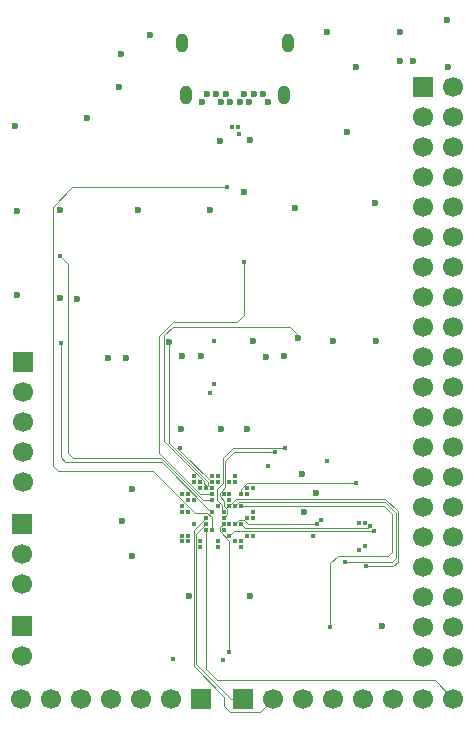
<source format=gbr>
%TF.GenerationSoftware,KiCad,Pcbnew,9.0.4*%
%TF.CreationDate,2025-09-29T16:36:38+03:00*%
%TF.ProjectId,Asius2,41736975-7332-42e6-9b69-6361645f7063,rev?*%
%TF.SameCoordinates,Original*%
%TF.FileFunction,Copper,L3,Inr*%
%TF.FilePolarity,Positive*%
%FSLAX46Y46*%
G04 Gerber Fmt 4.6, Leading zero omitted, Abs format (unit mm)*
G04 Created by KiCad (PCBNEW 9.0.4) date 2025-09-29 16:36:38*
%MOMM*%
%LPD*%
G01*
G04 APERTURE LIST*
%TA.AperFunction,ComponentPad*%
%ADD10C,0.600000*%
%TD*%
%TA.AperFunction,ComponentPad*%
%ADD11O,1.000000X1.600000*%
%TD*%
%TA.AperFunction,ComponentPad*%
%ADD12R,1.700000X1.700000*%
%TD*%
%TA.AperFunction,ComponentPad*%
%ADD13C,1.700000*%
%TD*%
%TA.AperFunction,ViaPad*%
%ADD14C,0.600000*%
%TD*%
%TA.AperFunction,ViaPad*%
%ADD15C,0.400000*%
%TD*%
%TA.AperFunction,Conductor*%
%ADD16C,0.100000*%
%TD*%
G04 APERTURE END LIST*
D10*
%TO.N,GND*%
%TO.C,USBC1*%
X83460000Y-78150000D03*
%TO.N,/CAN3_H*%
X83860000Y-77450000D03*
%TO.N,/CAN3_L*%
X84660000Y-77450000D03*
%TO.N,+5V*%
X85060000Y-78150000D03*
%TO.N,Net-(USBC1-CC2)*%
X85460000Y-77450000D03*
%TO.N,/USB_DP*%
X85860000Y-78150000D03*
%TO.N,/USB_DM*%
X86660000Y-78150000D03*
%TO.N,/SBU2*%
X87060000Y-77450000D03*
%TO.N,+5V*%
X87460000Y-78150000D03*
%TO.N,/CAN4_L*%
X87860000Y-77450000D03*
%TO.N,/CAN4_H*%
X88660000Y-77450000D03*
%TO.N,GND*%
X89060000Y-78150000D03*
D11*
X90390000Y-77560000D03*
X82130000Y-77560000D03*
X90750000Y-73150000D03*
X81770000Y-73150000D03*
%TD*%
D12*
%TO.N,unconnected-(J2-Pin_1-Pad1)*%
%TO.C,J2*%
X102160000Y-76890000D03*
D13*
%TO.N,+5V*%
X104700000Y-76890000D03*
%TO.N,/IMU_SDA*%
X102160000Y-79430000D03*
%TO.N,+5V*%
X104700000Y-79430000D03*
%TO.N,/IMU_SCL*%
X102160000Y-81970000D03*
%TO.N,GND*%
X104700000Y-81970000D03*
%TO.N,unconnected-(J2-Pin_7-Pad7)*%
X102160000Y-84510000D03*
%TO.N,/UART_RX*%
X104700000Y-84510000D03*
%TO.N,GND*%
X102160000Y-87050000D03*
%TO.N,/UART_TX*%
X104700000Y-87050000D03*
%TO.N,unconnected-(J2-Pin_11-Pad11)*%
X102160000Y-89590000D03*
%TO.N,unconnected-(J2-Pin_12-Pad12)*%
X104700000Y-89590000D03*
%TO.N,unconnected-(J2-Pin_13-Pad13)*%
X102160000Y-92130000D03*
%TO.N,GND*%
X104700000Y-92130000D03*
%TO.N,unconnected-(J2-Pin_15-Pad15)*%
X102160000Y-94670000D03*
%TO.N,unconnected-(J2-Pin_16-Pad16)*%
X104700000Y-94670000D03*
%TO.N,unconnected-(J2-Pin_17-Pad17)*%
X102160000Y-97210000D03*
%TO.N,unconnected-(J2-Pin_18-Pad18)*%
X104700000Y-97210000D03*
%TO.N,/SPI_MOSI*%
X102160000Y-99750000D03*
%TO.N,unconnected-(J2-Pin_20-Pad20)*%
X104700000Y-99750000D03*
%TO.N,/SPI_MISO*%
X102160000Y-102290000D03*
%TO.N,unconnected-(J2-Pin_22-Pad22)*%
X104700000Y-102290000D03*
%TO.N,/SPI_SCK*%
X102160000Y-104830000D03*
%TO.N,/SPI_NSS*%
X104700000Y-104830000D03*
%TO.N,unconnected-(J2-Pin_25-Pad25)*%
X102160000Y-107370000D03*
%TO.N,unconnected-(J2-Pin_26-Pad26)*%
X104700000Y-107370000D03*
%TO.N,unconnected-(J2-Pin_27-Pad27)*%
X102160000Y-109910000D03*
%TO.N,unconnected-(J2-Pin_28-Pad28)*%
X104700000Y-109910000D03*
%TO.N,unconnected-(J2-Pin_29-Pad29)*%
X102160000Y-112450000D03*
%TO.N,unconnected-(J2-Pin_30-Pad30)*%
X104700000Y-112450000D03*
%TO.N,unconnected-(J2-Pin_31-Pad31)*%
X102160000Y-114990000D03*
%TO.N,unconnected-(J2-Pin_32-Pad32)*%
X104700000Y-114990000D03*
%TO.N,unconnected-(J2-Pin_33-Pad33)*%
X102160000Y-117530000D03*
%TO.N,unconnected-(J2-Pin_34-Pad34)*%
X104700000Y-117530000D03*
%TO.N,unconnected-(J2-Pin_35-Pad35)*%
X102160000Y-120070000D03*
%TO.N,unconnected-(J2-Pin_36-Pad36)*%
X104700000Y-120070000D03*
%TO.N,unconnected-(J2-Pin_37-Pad37)*%
X102160000Y-122610000D03*
%TO.N,unconnected-(J2-Pin_38-Pad38)*%
X104700000Y-122610000D03*
%TO.N,unconnected-(J2-Pin_39-Pad39)*%
X102160000Y-125150000D03*
%TO.N,unconnected-(J2-Pin_40-Pad40)*%
X104700000Y-125150000D03*
%TD*%
D12*
%TO.N,/AUDIO_SAI4_SCK_B*%
%TO.C,J5*%
X83410000Y-128720000D03*
D13*
%TO.N,/AUDIO_SAI4_FS_B*%
X80870000Y-128720000D03*
%TO.N,/AUDIO_SAI4_SD_A*%
X78330000Y-128720000D03*
%TO.N,/AUDIO_SAI4_SD_B*%
X75790000Y-128720000D03*
%TO.N,/AUDIO_DFSDM1_DATIN3*%
X73250000Y-128720000D03*
%TO.N,/AUDIO_DFSDM1_CKOUT*%
X70710000Y-128720000D03*
%TO.N,/AUDIO_SAI4_MCLK_B*%
X68170000Y-128720000D03*
%TD*%
D12*
%TO.N,GND*%
%TO.C,J1*%
X68250000Y-122560000D03*
D13*
%TO.N,+3.3V*%
X68250000Y-125100000D03*
%TD*%
D12*
%TO.N,/SWDIO*%
%TO.C,J6*%
X68300000Y-100190000D03*
D13*
%TO.N,/SWCLK*%
X68300000Y-102730000D03*
%TO.N,/JTDI*%
X68300000Y-105270000D03*
%TO.N,/TRACESWO*%
X68300000Y-107810000D03*
%TO.N,/NJTRST*%
X68300000Y-110350000D03*
%TD*%
D12*
%TO.N,/FAN_ENABLE*%
%TO.C,J4*%
X68250000Y-113920000D03*
D13*
%TO.N,/FAN_TACHOMETER*%
X68250000Y-116460000D03*
%TO.N,/FAN_SETUP*%
X68250000Y-119000000D03*
%TD*%
D12*
%TO.N,/BOOTKICK*%
%TO.C,J3*%
X86960000Y-128700000D03*
D13*
%TO.N,/SOM_GPIO*%
X89500000Y-128700000D03*
%TO.N,/VOLT_S*%
X92040000Y-128700000D03*
%TO.N,/VBAT_EN*%
X94580000Y-128700000D03*
%TO.N,/SBU1_RELAY*%
X97120000Y-128700000D03*
%TO.N,/SBU2_RELAY*%
X99660000Y-128700000D03*
%TO.N,/PWR_READOUT1*%
X102200000Y-128700000D03*
%TO.N,/PWR_READOUT2*%
X104740000Y-128700000D03*
%TD*%
D14*
%TO.N,+5V*%
X95750000Y-80720000D03*
%TO.N,GND*%
X94580000Y-98400000D03*
%TO.N,+3.3V*%
X100220000Y-74710000D03*
%TO.N,GND*%
X101370000Y-74693800D03*
X104180000Y-71240000D03*
X75490000Y-99850000D03*
%TO.N,+3.3V*%
X77050000Y-99860000D03*
%TO.N,GND*%
X81800000Y-99670000D03*
%TO.N,+3.3V*%
X83350000Y-99640000D03*
D15*
%TO.N,/CAN1_T*%
X84118800Y-102830000D03*
%TO.N,/CAN2_R*%
X84470000Y-102016200D03*
D14*
%TO.N,GND*%
X72870000Y-94790000D03*
X93096200Y-111250000D03*
X81680000Y-105816200D03*
X92141369Y-112828631D03*
X91920000Y-109683800D03*
X85040000Y-105816200D03*
X87310000Y-105816200D03*
X77570000Y-116630000D03*
X77510000Y-110920000D03*
X82359400Y-120010000D03*
X87550000Y-120000000D03*
D15*
X83290000Y-115360000D03*
D14*
X96480000Y-75210000D03*
X98080000Y-86700000D03*
D15*
X86790000Y-115360000D03*
X82790000Y-110360000D03*
D14*
X91370000Y-87150000D03*
D15*
X85290000Y-111360000D03*
D14*
X84110000Y-87280000D03*
X78070000Y-87310000D03*
D15*
X85790000Y-110360000D03*
X82290000Y-112860000D03*
X87290000Y-110860000D03*
X87290000Y-114860000D03*
X82290000Y-115360000D03*
D14*
X76480000Y-76910000D03*
D15*
X87290000Y-113360000D03*
D14*
X88900000Y-99710000D03*
X67660000Y-80220000D03*
X79060000Y-72460000D03*
X76650000Y-113590000D03*
D15*
X86290000Y-110360000D03*
X82290000Y-111360000D03*
D14*
X100240000Y-72190000D03*
X87040000Y-85790000D03*
D15*
X84790000Y-110360000D03*
D14*
X71460000Y-87280000D03*
D15*
X84790000Y-115360000D03*
D14*
X67840000Y-94490000D03*
D15*
X82790000Y-113860000D03*
X82290000Y-111860000D03*
%TO.N,+3.3V*%
X87790000Y-112860000D03*
X87790000Y-113360000D03*
X86290000Y-109860000D03*
X87290000Y-111360000D03*
X81790000Y-114860000D03*
X84290000Y-109860000D03*
D14*
X73690000Y-79520000D03*
X98180000Y-98430000D03*
D15*
X81790000Y-112360000D03*
X81790000Y-112860000D03*
X87790000Y-114860000D03*
X84790000Y-109860000D03*
X83290000Y-110360000D03*
D14*
X67810000Y-87380000D03*
X94080000Y-72210000D03*
D15*
X86290000Y-115360000D03*
X81790000Y-111360000D03*
D14*
X90410000Y-99680000D03*
D15*
X82790000Y-109860000D03*
D14*
X71440000Y-94710000D03*
D15*
X82290000Y-114860000D03*
X83290000Y-115860000D03*
X83290000Y-110860000D03*
X84790000Y-115860000D03*
X81790000Y-115360000D03*
X87790000Y-110860000D03*
X82790000Y-111860000D03*
D14*
X98690000Y-122540000D03*
D15*
X86790000Y-115860000D03*
%TO.N,/SBU2*%
X85220594Y-125363800D03*
X81010000Y-125350000D03*
%TO.N,/SBU1*%
X84290000Y-114360000D03*
X85610000Y-85370000D03*
%TO.N,/CAN2_E*%
X85790000Y-114860000D03*
X97990000Y-114450000D03*
%TO.N,/CAN3_R*%
X97650000Y-114080000D03*
X86790000Y-113860000D03*
%TO.N,/CAN1_R*%
X83790000Y-110860000D03*
D14*
X91610000Y-98110000D03*
D15*
%TO.N,/CAN3_T*%
X97240000Y-113770000D03*
X97240000Y-115756200D03*
%TO.N,/CAN1_E*%
X86980000Y-91690000D03*
X84290000Y-111360000D03*
D14*
%TO.N,/CAN1_T*%
X87810000Y-98350000D03*
D15*
%TO.N,/CAN2_R*%
X84470000Y-98420000D03*
%TO.N,/CAN2_T*%
X84290000Y-110860000D03*
D14*
X80670000Y-98510000D03*
D15*
%TO.N,/CAN3_E*%
X96780000Y-116063800D03*
X96763797Y-113770000D03*
D14*
%TO.N,+5V*%
X85010000Y-81430000D03*
X87550000Y-81380000D03*
X104290000Y-75200000D03*
X76630000Y-74050000D03*
D15*
%TO.N,Net-(U7-NRST)*%
X71490000Y-98580000D03*
X84290000Y-112860000D03*
%TO.N,/UART_RX*%
X89660000Y-107770000D03*
X85290000Y-113360000D03*
%TO.N,/SPI_MISO*%
X85290000Y-114360000D03*
%TO.N,/SPI_MOSI*%
X85790000Y-113860000D03*
%TO.N,/UART_TX*%
X90473800Y-107430000D03*
X85290000Y-112860000D03*
%TO.N,/SOM_GPIO*%
X83790000Y-113360000D03*
%TO.N,/PWR_READOUT2*%
X83790000Y-114360000D03*
%TO.N,/VBAT_EN*%
X94010000Y-108580000D03*
%TO.N,/BOOTKICK*%
X83790000Y-113860000D03*
%TO.N,/SBU1_RELAY*%
X93543741Y-113536520D03*
%TO.N,/FAN_SETUP*%
X92860000Y-114863800D03*
%TO.N,/FAN_TACHOMETER*%
X85790000Y-111860000D03*
%TO.N,/FAN_ENABLE*%
X85790000Y-111360000D03*
%TO.N,/AUDIO_DFSDM1_CKOUT*%
X85780000Y-124740000D03*
X85290000Y-113860000D03*
%TO.N,/AUDIO_SAI4_SD_A*%
X86290000Y-113860000D03*
X93203800Y-113870000D03*
%TO.N,/SWDIO*%
X96530000Y-110390000D03*
X86790000Y-111360000D03*
%TO.N,/JTDI*%
X89060000Y-109000000D03*
%TO.N,/NJTRST*%
X84290000Y-110360000D03*
X81575958Y-107454042D03*
%TO.N,/TRACESWO*%
X84790000Y-112360000D03*
%TO.N,/LED_RED*%
X85790000Y-112360000D03*
X97370000Y-117440000D03*
%TO.N,/LED_GREEN*%
X95590000Y-117080000D03*
X86290000Y-112360000D03*
%TO.N,/LED_BLUE*%
X94336200Y-122610000D03*
X86790000Y-112360000D03*
%TO.N,Net-(U7-BOOT0)*%
X71460000Y-91200000D03*
X84290000Y-111860000D03*
%TO.N,/USB_DM*%
X85970000Y-80270000D03*
X86560000Y-80820000D03*
%TO.N,/USB_DP*%
X86510000Y-80230000D03*
%TD*%
D16*
%TO.N,/SBU1*%
X84290000Y-114360000D02*
X84290000Y-113322731D01*
X83903634Y-112936366D02*
X82903635Y-112936366D01*
X82903635Y-112936366D02*
X79358634Y-109391366D01*
X84290000Y-113322731D02*
X83903634Y-112936366D01*
X79358634Y-109391366D02*
X71241366Y-109391366D01*
X71241366Y-109391366D02*
X70810000Y-108960000D01*
X70810000Y-108960000D02*
X70810000Y-87060000D01*
X72500000Y-85370000D02*
X85610000Y-85370000D01*
X70810000Y-87060000D02*
X72500000Y-85370000D01*
%TO.N,Net-(U7-BOOT0)*%
X71450000Y-91190000D02*
X71450000Y-91180000D01*
X72585000Y-108295000D02*
X79995000Y-108295000D01*
X71450000Y-91180000D02*
X72120000Y-91850000D01*
X83560000Y-111860000D02*
X84290000Y-111860000D01*
X72120000Y-91850000D02*
X72120000Y-107830000D01*
X71460000Y-91200000D02*
X71450000Y-91190000D01*
X72120000Y-107830000D02*
X72585000Y-108295000D01*
X79995000Y-108295000D02*
X83560000Y-111860000D01*
%TO.N,/CAN2_E*%
X86142800Y-114507200D02*
X97932800Y-114507200D01*
X97932800Y-114507200D02*
X97990000Y-114450000D01*
X85790000Y-114860000D02*
X86142800Y-114507200D01*
%TO.N,/CAN3_R*%
X87127200Y-114197200D02*
X86790000Y-113860000D01*
X97650000Y-114080000D02*
X97532800Y-114197200D01*
X97532800Y-114197200D02*
X87127200Y-114197200D01*
%TO.N,/CAN1_R*%
X91610000Y-98110000D02*
X91580000Y-98080000D01*
X90910000Y-97170000D02*
X80980000Y-97170000D01*
X83655001Y-110455001D02*
X83810000Y-110610000D01*
X83810000Y-110610000D02*
X83810000Y-110840000D01*
X83810000Y-110840000D02*
X83790000Y-110860000D01*
X91580000Y-98080000D02*
X91580000Y-97840000D01*
X83655001Y-110245001D02*
X83655001Y-110455001D01*
X80242800Y-106832800D02*
X83655001Y-110245001D01*
X91580000Y-97840000D02*
X90910000Y-97170000D01*
X80242800Y-97907200D02*
X80242800Y-106832800D01*
X80980000Y-97170000D02*
X80242800Y-97907200D01*
%TO.N,/CAN1_E*%
X86980000Y-96220000D02*
X86400000Y-96800000D01*
X80970000Y-96800000D02*
X79802800Y-97967200D01*
X83327269Y-111360000D02*
X84290000Y-111360000D01*
X86400000Y-96800000D02*
X80970000Y-96800000D01*
X79802800Y-97967200D02*
X79802800Y-107835531D01*
X79802800Y-107835531D02*
X83327269Y-111360000D01*
X86980000Y-91610000D02*
X86980000Y-96220000D01*
%TO.N,/CAN2_T*%
X83832201Y-110172201D02*
X83832201Y-110171602D01*
X83832201Y-110171602D02*
X80670000Y-107009402D01*
X83987200Y-110557200D02*
X83987200Y-110536602D01*
X83962800Y-110495531D02*
X83962800Y-110302800D01*
X83962800Y-110302800D02*
X83832201Y-110172201D01*
X83958331Y-110500000D02*
X83962800Y-110495531D01*
X80670000Y-107009402D02*
X80670000Y-98510000D01*
X83950599Y-110500000D02*
X83958331Y-110500000D01*
X84290000Y-110860000D02*
X83987200Y-110557200D01*
X83987200Y-110536602D02*
X83950599Y-110500000D01*
%TO.N,Net-(U7-NRST)*%
X84290000Y-112860000D02*
X84260000Y-112860000D01*
X80040000Y-108640000D02*
X71890000Y-108640000D01*
X71890000Y-108640000D02*
X71490000Y-108240000D01*
X71490000Y-108240000D02*
X71490000Y-98580000D01*
X84260000Y-112860000D02*
X80040000Y-108640000D01*
%TO.N,/UART_RX*%
X85123635Y-111063635D02*
X85427200Y-110760069D01*
X84962800Y-111224469D02*
X85123635Y-111063635D01*
X85427200Y-108512800D02*
X86170000Y-107770000D01*
X85617200Y-112649931D02*
X85350000Y-112382731D01*
X86170000Y-107770000D02*
X89660000Y-107770000D01*
X85290000Y-113360000D02*
X85617200Y-113032800D01*
X85350000Y-111920000D02*
X84962800Y-111532800D01*
X85350000Y-112382731D02*
X85350000Y-111920000D01*
X85617200Y-113032800D02*
X85617200Y-112649931D01*
X85427200Y-110760069D02*
X85427200Y-108512800D01*
X84962800Y-111532800D02*
X84962800Y-111224469D01*
%TO.N,/SPI_MISO*%
X85290000Y-114360000D02*
X85400000Y-114250000D01*
%TO.N,/SOM_GPIO*%
X85840000Y-129800000D02*
X88400000Y-129800000D01*
X83790000Y-113360000D02*
X82785600Y-114364400D01*
X85367800Y-128517800D02*
X85367800Y-129327800D01*
X82785600Y-114364400D02*
X82785600Y-125935600D01*
X85367800Y-129327800D02*
X85840000Y-129800000D01*
X88400000Y-129800000D02*
X89500000Y-128700000D01*
X82785600Y-125935600D02*
X85367800Y-128517800D01*
%TO.N,/PWR_READOUT2*%
X84760000Y-127120000D02*
X103160000Y-127120000D01*
X83790000Y-114360000D02*
X83790000Y-126150000D01*
X103160000Y-127120000D02*
X104740000Y-128700000D01*
X83790000Y-126150000D02*
X84760000Y-127120000D01*
%TO.N,/BOOTKICK*%
X85910000Y-128700000D02*
X86960000Y-128700000D01*
X83790000Y-113860000D02*
X82962800Y-114687200D01*
X82962800Y-114687200D02*
X82962800Y-125752800D01*
X82962800Y-125752800D02*
X85910000Y-128700000D01*
%TO.N,/AUDIO_DFSDM1_CKOUT*%
X85780000Y-124740000D02*
X85780000Y-115312731D01*
X84977200Y-114170000D02*
X84980000Y-114170000D01*
X84962800Y-114184400D02*
X84977200Y-114170000D01*
X85780000Y-115312731D02*
X84962800Y-114495531D01*
X84980000Y-114170000D02*
X85290000Y-113860000D01*
X84962800Y-114495531D02*
X84962800Y-114184400D01*
%TO.N,/AUDIO_SAI4_SD_A*%
X93191000Y-113882800D02*
X93203800Y-113870000D01*
X87350069Y-113882800D02*
X93191000Y-113882800D01*
X86617200Y-113532800D02*
X87000069Y-113532800D01*
X87000069Y-113532800D02*
X87350069Y-113882800D01*
X86290000Y-113860000D02*
X86617200Y-113532800D01*
%TO.N,/SWDIO*%
X87283634Y-110403634D02*
X96516366Y-110403634D01*
X96516366Y-110403634D02*
X96530000Y-110390000D01*
X86790000Y-111360000D02*
X86790000Y-110897268D01*
X86790000Y-110897268D02*
X87283634Y-110403634D01*
%TO.N,/NJTRST*%
X84290000Y-110360000D02*
X81505000Y-107575000D01*
X81575958Y-107504042D02*
X81575958Y-107454042D01*
X81390000Y-107460000D02*
X81380000Y-107460000D01*
X81505000Y-107575000D02*
X81390000Y-107460000D01*
X81505000Y-107575000D02*
X81575958Y-107504042D01*
%TO.N,/TRACESWO*%
X84700000Y-112450000D02*
X84790000Y-112360000D01*
%TO.N,/LED_RED*%
X97370000Y-117440000D02*
X99650000Y-117440000D01*
X86370000Y-111780000D02*
X85790000Y-112360000D01*
X100030000Y-112810000D02*
X99000000Y-111780000D01*
X99000000Y-111780000D02*
X86370000Y-111780000D01*
X99650000Y-117440000D02*
X100030000Y-117060000D01*
X100030000Y-117060000D02*
X100030000Y-112810000D01*
%TO.N,/LED_GREEN*%
X99852800Y-112932800D02*
X99852800Y-116747200D01*
X99852800Y-116747200D02*
X99520000Y-117080000D01*
X99520000Y-117080000D02*
X95590000Y-117080000D01*
X98952800Y-112032800D02*
X99852800Y-112932800D01*
X86290000Y-112360000D02*
X86617200Y-112032800D01*
X86617200Y-112032800D02*
X98952800Y-112032800D01*
%TO.N,/LED_BLUE*%
X99560000Y-116270000D02*
X99560000Y-113060000D01*
X99240000Y-116590000D02*
X99560000Y-116270000D01*
X98860000Y-112360000D02*
X86790000Y-112360000D01*
X94330000Y-117220000D02*
X94940000Y-116610000D01*
X94330000Y-122603800D02*
X94330000Y-117220000D01*
X99560000Y-113060000D02*
X98860000Y-112360000D01*
X94940000Y-116610000D02*
X99240000Y-116610000D01*
X86810000Y-112340000D02*
X86790000Y-112360000D01*
X99240000Y-116610000D02*
X99240000Y-116590000D01*
X94336200Y-122610000D02*
X94330000Y-122603800D01*
%TO.N,/UART_TX*%
X85290000Y-112860000D02*
X85155001Y-112725001D01*
X85250000Y-110370000D02*
X85250000Y-108260000D01*
X84740000Y-111840000D02*
X84740000Y-110880000D01*
X85155001Y-112255001D02*
X84740000Y-111840000D01*
X85155001Y-112725001D02*
X85155001Y-112255001D01*
X90463800Y-107420000D02*
X90473800Y-107430000D01*
X84740000Y-110880000D02*
X85250000Y-110370000D01*
X85250000Y-108260000D02*
X86090000Y-107420000D01*
X86090000Y-107420000D02*
X90463800Y-107420000D01*
%TD*%
M02*

</source>
